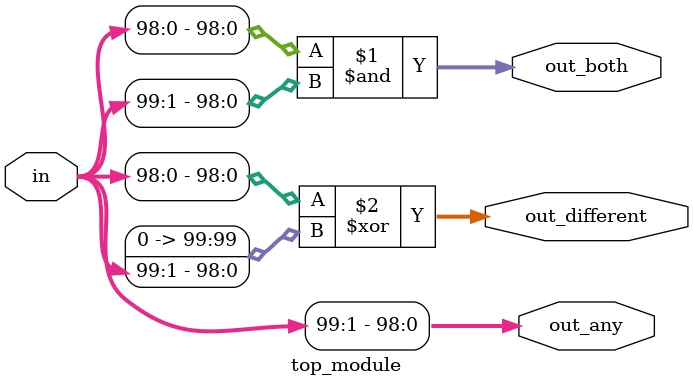
<source format=sv>
module top_module (
    input [99:0] in,
    output [98:0] out_both,
    output [99:1] out_any,
    output [99:0] out_different
);

    assign out_both = in[98:0] & in[99:1];
    
    assign out_any = {in[98], in[99:1]};
    
    assign out_different = in[98:0] ^ {in[99], in[98:1]};

endmodule

</source>
